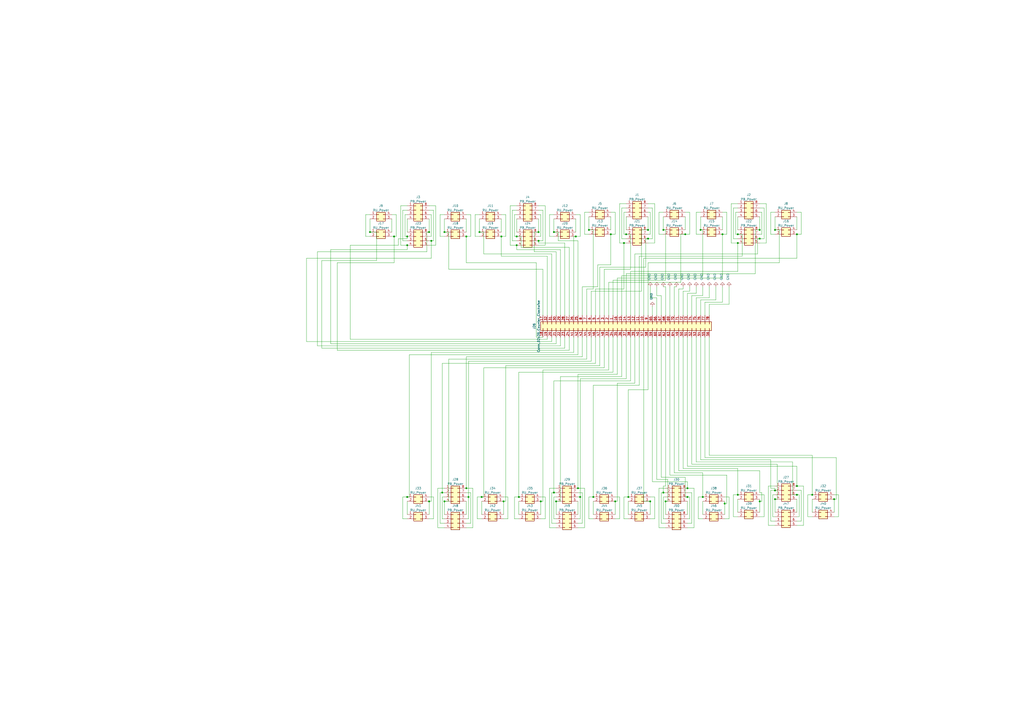
<source format=kicad_sch>
(kicad_sch (version 20210126) (generator eeschema)
  (paper "A2")
  (junction (at 214.63 134.62) (diameter 0.9144))
  (junction (at 228.6 137.16) (diameter 0.9144))
  (junction (at 236.22 137.16) (diameter 0.9144))
  (junction (at 236.22 142.24) (diameter 0.9144))
  (junction (at 236.22 288.29) (diameter 0.9144))
  (junction (at 248.92 134.62) (diameter 0.9144))
  (junction (at 248.92 290.83) (diameter 0.9144))
  (junction (at 250.19 139.7) (diameter 0.9144))
  (junction (at 256.54 285.75) (diameter 0.9144))
  (junction (at 257.81 134.62) (diameter 0.9144))
  (junction (at 257.81 290.83) (diameter 0.9144))
  (junction (at 270.51 137.16) (diameter 0.9144))
  (junction (at 270.51 283.21) (diameter 0.9144))
  (junction (at 271.78 288.29) (diameter 0.9144))
  (junction (at 278.13 134.62) (diameter 0.9144))
  (junction (at 279.4 288.29) (diameter 0.9144))
  (junction (at 290.83 137.16) (diameter 0.9144))
  (junction (at 292.1 290.83) (diameter 0.9144))
  (junction (at 299.72 137.16) (diameter 0.9144))
  (junction (at 299.72 142.24) (diameter 0.9144))
  (junction (at 300.99 288.29) (diameter 0.9144))
  (junction (at 312.42 134.62) (diameter 0.9144))
  (junction (at 312.42 139.7) (diameter 0.9144))
  (junction (at 313.69 290.83) (diameter 0.9144))
  (junction (at 321.31 134.62) (diameter 0.9144))
  (junction (at 321.31 285.75) (diameter 0.9144))
  (junction (at 322.58 290.83) (diameter 0.9144))
  (junction (at 334.01 137.16) (diameter 0.9144))
  (junction (at 335.28 283.21) (diameter 0.9144))
  (junction (at 336.55 288.29) (diameter 0.9144))
  (junction (at 341.63 133.35) (diameter 0.9144))
  (junction (at 344.17 288.29) (diameter 0.9144))
  (junction (at 354.33 135.89) (diameter 0.9144))
  (junction (at 356.87 290.83) (diameter 0.9144))
  (junction (at 361.95 140.97) (diameter 0.9144))
  (junction (at 363.22 135.89) (diameter 0.9144))
  (junction (at 364.49 288.29) (diameter 0.9144))
  (junction (at 375.92 133.35) (diameter 0.9144))
  (junction (at 375.92 138.43) (diameter 0.9144))
  (junction (at 377.19 290.83) (diameter 0.9144))
  (junction (at 384.81 133.35) (diameter 0.9144))
  (junction (at 384.81 285.75) (diameter 0.9144))
  (junction (at 386.08 290.83) (diameter 0.9144))
  (junction (at 397.51 135.89) (diameter 0.9144))
  (junction (at 398.78 283.21) (diameter 0.9144))
  (junction (at 398.78 288.29) (diameter 0.9144))
  (junction (at 406.4 133.35) (diameter 0.9144))
  (junction (at 407.67 288.29) (diameter 0.9144))
  (junction (at 419.1 135.89) (diameter 0.9144))
  (junction (at 420.37 292.1) (diameter 0.9144))
  (junction (at 427.99 135.89) (diameter 0.9144))
  (junction (at 427.99 140.97) (diameter 0.9144))
  (junction (at 427.99 287.02) (diameter 0.9144))
  (junction (at 440.69 133.35) (diameter 0.9144))
  (junction (at 440.69 138.43) (diameter 0.9144))
  (junction (at 440.69 290.83) (diameter 0.9144))
  (junction (at 449.58 133.35) (diameter 0.9144))
  (junction (at 449.58 284.48) (diameter 0.9144))
  (junction (at 449.58 289.56) (diameter 0.9144))
  (junction (at 462.28 135.89) (diameter 0.9144))
  (junction (at 462.28 281.94) (diameter 0.9144))
  (junction (at 462.28 287.02) (diameter 0.9144))
  (junction (at 471.17 287.02) (diameter 0.9144))
  (junction (at 483.87 289.56) (diameter 0.9144))
  (wire (pts (xy 177.8 149.86) (xy 250.19 149.86)))
  (wire (pts (xy 177.8 198.12) (xy 177.8 149.86)))
  (wire (pts (xy 184.15 146.05) (xy 247.65 146.05)))
  (wire (pts (xy 184.15 200.66) (xy 184.15 146.05)))
  (wire (pts (xy 186.69 151.13) (xy 218.44 151.13)))
  (wire (pts (xy 186.69 201.93) (xy 186.69 151.13)))
  (wire (pts (xy 191.77 144.78) (xy 236.22 144.78)))
  (wire (pts (xy 191.77 199.39) (xy 191.77 144.78)))
  (wire (pts (xy 195.58 152.4) (xy 228.6 152.4)))
  (wire (pts (xy 195.58 203.2) (xy 195.58 152.4)))
  (wire (pts (xy 203.2 142.24) (xy 231.14 142.24)))
  (wire (pts (xy 203.2 196.85) (xy 203.2 142.24)))
  (wire (pts (xy 212.09 124.46) (xy 212.09 137.16)))
  (wire (pts (xy 212.09 137.16) (xy 214.63 137.16)))
  (wire (pts (xy 214.63 124.46) (xy 212.09 124.46)))
  (wire (pts (xy 214.63 127) (xy 214.63 134.62)))
  (wire (pts (xy 218.44 134.62) (xy 214.63 134.62)))
  (wire (pts (xy 218.44 151.13) (xy 218.44 134.62)))
  (wire (pts (xy 227.33 124.46) (xy 229.87 124.46)))
  (wire (pts (xy 227.33 127) (xy 227.33 134.62)))
  (wire (pts (xy 227.33 137.16) (xy 228.6 137.16)))
  (wire (pts (xy 228.6 137.16) (xy 229.87 137.16)))
  (wire (pts (xy 228.6 152.4) (xy 228.6 137.16)))
  (wire (pts (xy 229.87 137.16) (xy 229.87 124.46)))
  (wire (pts (xy 231.14 138.43) (xy 236.22 138.43)))
  (wire (pts (xy 231.14 142.24) (xy 231.14 138.43)))
  (wire (pts (xy 232.41 119.38) (xy 236.22 119.38)))
  (wire (pts (xy 232.41 142.24) (xy 232.41 119.38)))
  (wire (pts (xy 233.68 121.92) (xy 233.68 139.7)))
  (wire (pts (xy 233.68 139.7) (xy 236.22 139.7)))
  (wire (pts (xy 233.68 288.29) (xy 233.68 300.99)))
  (wire (pts (xy 233.68 300.99) (xy 236.22 300.99)))
  (wire (pts (xy 234.95 124.46) (xy 236.22 124.46)))
  (wire (pts (xy 234.95 137.16) (xy 234.95 124.46)))
  (wire (pts (xy 236.22 121.92) (xy 233.68 121.92)))
  (wire (pts (xy 236.22 127) (xy 236.22 134.62)))
  (wire (pts (xy 236.22 137.16) (xy 234.95 137.16)))
  (wire (pts (xy 236.22 138.43) (xy 236.22 137.16)))
  (wire (pts (xy 236.22 142.24) (xy 232.41 142.24)))
  (wire (pts (xy 236.22 144.78) (xy 236.22 142.24)))
  (wire (pts (xy 236.22 288.29) (xy 233.68 288.29)))
  (wire (pts (xy 236.22 290.83) (xy 236.22 298.45)))
  (wire (pts (xy 237.49 205.74) (xy 237.49 288.29)))
  (wire (pts (xy 237.49 205.74) (xy 335.28 205.74)))
  (wire (pts (xy 237.49 288.29) (xy 236.22 288.29)))
  (wire (pts (xy 247.65 134.62) (xy 248.92 134.62)))
  (wire (pts (xy 247.65 146.05) (xy 247.65 134.62)))
  (wire (pts (xy 248.92 119.38) (xy 252.73 119.38)))
  (wire (pts (xy 248.92 121.92) (xy 251.46 121.92)))
  (wire (pts (xy 248.92 124.46) (xy 250.19 124.46)))
  (wire (pts (xy 248.92 127) (xy 248.92 134.62)))
  (wire (pts (xy 248.92 137.16) (xy 250.19 137.16)))
  (wire (pts (xy 248.92 139.7) (xy 250.19 139.7)))
  (wire (pts (xy 248.92 142.24) (xy 252.73 142.24)))
  (wire (pts (xy 248.92 288.29) (xy 251.46 288.29)))
  (wire (pts (xy 248.92 290.83) (xy 248.92 298.45)))
  (wire (pts (xy 248.92 300.99) (xy 251.46 300.99)))
  (wire (pts (xy 250.19 137.16) (xy 250.19 124.46)))
  (wire (pts (xy 250.19 139.7) (xy 250.19 149.86)))
  (wire (pts (xy 250.19 139.7) (xy 251.46 139.7)))
  (wire (pts (xy 250.19 204.47) (xy 250.19 290.83)))
  (wire (pts (xy 250.19 204.47) (xy 332.74 204.47)))
  (wire (pts (xy 250.19 290.83) (xy 248.92 290.83)))
  (wire (pts (xy 251.46 121.92) (xy 251.46 139.7)))
  (wire (pts (xy 251.46 300.99) (xy 251.46 288.29)))
  (wire (pts (xy 252.73 142.24) (xy 252.73 119.38)))
  (wire (pts (xy 254 283.21) (xy 257.81 283.21)))
  (wire (pts (xy 254 306.07) (xy 254 283.21)))
  (wire (pts (xy 255.27 124.46) (xy 255.27 137.16)))
  (wire (pts (xy 255.27 137.16) (xy 257.81 137.16)))
  (wire (pts (xy 255.27 285.75) (xy 255.27 303.53)))
  (wire (pts (xy 255.27 303.53) (xy 257.81 303.53)))
  (wire (pts (xy 256.54 210.82) (xy 256.54 285.75)))
  (wire (pts (xy 256.54 285.75) (xy 255.27 285.75)))
  (wire (pts (xy 256.54 288.29) (xy 257.81 288.29)))
  (wire (pts (xy 256.54 300.99) (xy 256.54 288.29)))
  (wire (pts (xy 257.81 124.46) (xy 255.27 124.46)))
  (wire (pts (xy 257.81 127) (xy 257.81 134.62)))
  (wire (pts (xy 257.81 285.75) (xy 256.54 285.75)))
  (wire (pts (xy 257.81 290.83) (xy 257.81 298.45)))
  (wire (pts (xy 257.81 300.99) (xy 256.54 300.99)))
  (wire (pts (xy 257.81 306.07) (xy 254 306.07)))
  (wire (pts (xy 260.35 134.62) (xy 257.81 134.62)))
  (wire (pts (xy 260.35 156.21) (xy 260.35 134.62)))
  (wire (pts (xy 260.35 208.28) (xy 260.35 290.83)))
  (wire (pts (xy 260.35 290.83) (xy 257.81 290.83)))
  (wire (pts (xy 270.51 124.46) (xy 273.05 124.46)))
  (wire (pts (xy 270.51 127) (xy 270.51 134.62)))
  (wire (pts (xy 270.51 137.16) (xy 273.05 137.16)))
  (wire (pts (xy 270.51 152.4) (xy 270.51 137.16)))
  (wire (pts (xy 270.51 207.01) (xy 270.51 283.21)))
  (wire (pts (xy 270.51 283.21) (xy 274.32 283.21)))
  (wire (pts (xy 270.51 285.75) (xy 273.05 285.75)))
  (wire (pts (xy 270.51 288.29) (xy 271.78 288.29)))
  (wire (pts (xy 270.51 290.83) (xy 270.51 298.45)))
  (wire (pts (xy 270.51 300.99) (xy 271.78 300.99)))
  (wire (pts (xy 270.51 303.53) (xy 273.05 303.53)))
  (wire (pts (xy 270.51 306.07) (xy 274.32 306.07)))
  (wire (pts (xy 271.78 209.55) (xy 271.78 288.29)))
  (wire (pts (xy 271.78 300.99) (xy 271.78 288.29)))
  (wire (pts (xy 273.05 137.16) (xy 273.05 124.46)))
  (wire (pts (xy 273.05 285.75) (xy 273.05 303.53)))
  (wire (pts (xy 274.32 306.07) (xy 274.32 283.21)))
  (wire (pts (xy 275.59 124.46) (xy 275.59 137.16)))
  (wire (pts (xy 275.59 137.16) (xy 278.13 137.16)))
  (wire (pts (xy 276.86 288.29) (xy 276.86 300.99)))
  (wire (pts (xy 276.86 300.99) (xy 279.4 300.99)))
  (wire (pts (xy 278.13 124.46) (xy 275.59 124.46)))
  (wire (pts (xy 278.13 127) (xy 278.13 134.62)))
  (wire (pts (xy 278.13 134.62) (xy 280.67 134.62)))
  (wire (pts (xy 279.4 288.29) (xy 276.86 288.29)))
  (wire (pts (xy 279.4 290.83) (xy 279.4 298.45)))
  (wire (pts (xy 280.67 147.32) (xy 280.67 134.62)))
  (wire (pts (xy 280.67 213.36) (xy 280.67 288.29)))
  (wire (pts (xy 280.67 288.29) (xy 279.4 288.29)))
  (wire (pts (xy 290.83 124.46) (xy 293.37 124.46)))
  (wire (pts (xy 290.83 127) (xy 290.83 134.62)))
  (wire (pts (xy 290.83 137.16) (xy 290.83 148.59)))
  (wire (pts (xy 290.83 137.16) (xy 293.37 137.16)))
  (wire (pts (xy 292.1 288.29) (xy 294.64 288.29)))
  (wire (pts (xy 292.1 290.83) (xy 292.1 298.45)))
  (wire (pts (xy 292.1 300.99) (xy 294.64 300.99)))
  (wire (pts (xy 293.37 137.16) (xy 293.37 124.46)))
  (wire (pts (xy 293.37 212.09) (xy 293.37 290.83)))
  (wire (pts (xy 293.37 290.83) (xy 292.1 290.83)))
  (wire (pts (xy 294.64 300.99) (xy 294.64 288.29)))
  (wire (pts (xy 295.91 119.38) (xy 299.72 119.38)))
  (wire (pts (xy 295.91 142.24) (xy 295.91 119.38)))
  (wire (pts (xy 297.18 121.92) (xy 297.18 139.7)))
  (wire (pts (xy 297.18 139.7) (xy 299.72 139.7)))
  (wire (pts (xy 298.45 124.46) (xy 299.72 124.46)))
  (wire (pts (xy 298.45 137.16) (xy 298.45 124.46)))
  (wire (pts (xy 298.45 288.29) (xy 298.45 300.99)))
  (wire (pts (xy 298.45 300.99) (xy 300.99 300.99)))
  (wire (pts (xy 299.72 121.92) (xy 297.18 121.92)))
  (wire (pts (xy 299.72 127) (xy 299.72 134.62)))
  (wire (pts (xy 299.72 137.16) (xy 298.45 137.16)))
  (wire (pts (xy 299.72 142.24) (xy 295.91 142.24)))
  (wire (pts (xy 299.72 144.78) (xy 299.72 142.24)))
  (wire (pts (xy 300.99 215.9) (xy 300.99 288.29)))
  (wire (pts (xy 300.99 288.29) (xy 298.45 288.29)))
  (wire (pts (xy 300.99 290.83) (xy 300.99 298.45)))
  (wire (pts (xy 302.26 137.16) (xy 299.72 137.16)))
  (wire (pts (xy 302.26 143.51) (xy 302.26 137.16)))
  (wire (pts (xy 309.88 134.62) (xy 312.42 134.62)))
  (wire (pts (xy 309.88 146.05) (xy 309.88 134.62)))
  (wire (pts (xy 311.15 152.4) (xy 270.51 152.4)))
  (wire (pts (xy 311.15 195.58) (xy 311.15 152.4)))
  (wire (pts (xy 312.42 119.38) (xy 316.23 119.38)))
  (wire (pts (xy 312.42 121.92) (xy 314.96 121.92)))
  (wire (pts (xy 312.42 124.46) (xy 313.69 124.46)))
  (wire (pts (xy 312.42 127) (xy 312.42 134.62)))
  (wire (pts (xy 312.42 137.16) (xy 313.69 137.16)))
  (wire (pts (xy 312.42 139.7) (xy 314.96 139.7)))
  (wire (pts (xy 312.42 140.97) (xy 312.42 139.7)))
  (wire (pts (xy 312.42 142.24) (xy 316.23 142.24)))
  (wire (pts (xy 313.69 137.16) (xy 313.69 124.46)))
  (wire (pts (xy 313.69 288.29) (xy 316.23 288.29)))
  (wire (pts (xy 313.69 290.83) (xy 313.69 298.45)))
  (wire (pts (xy 313.69 300.99) (xy 316.23 300.99)))
  (wire (pts (xy 314.96 121.92) (xy 314.96 139.7)))
  (wire (pts (xy 314.96 156.21) (xy 260.35 156.21)))
  (wire (pts (xy 314.96 182.88) (xy 314.96 156.21)))
  (wire (pts (xy 314.96 195.58) (xy 311.15 195.58)))
  (wire (pts (xy 314.96 214.63) (xy 314.96 290.83)))
  (wire (pts (xy 314.96 290.83) (xy 313.69 290.83)))
  (wire (pts (xy 316.23 142.24) (xy 316.23 119.38)))
  (wire (pts (xy 316.23 300.99) (xy 316.23 288.29)))
  (wire (pts (xy 317.5 148.59) (xy 290.83 148.59)))
  (wire (pts (xy 317.5 148.59) (xy 317.5 182.88)))
  (wire (pts (xy 317.5 196.85) (xy 203.2 196.85)))
  (wire (pts (xy 317.5 196.85) (xy 317.5 195.58)))
  (wire (pts (xy 318.77 124.46) (xy 318.77 137.16)))
  (wire (pts (xy 318.77 137.16) (xy 321.31 137.16)))
  (wire (pts (xy 318.77 283.21) (xy 322.58 283.21)))
  (wire (pts (xy 318.77 306.07) (xy 318.77 283.21)))
  (wire (pts (xy 320.04 147.32) (xy 280.67 147.32)))
  (wire (pts (xy 320.04 147.32) (xy 320.04 182.88)))
  (wire (pts (xy 320.04 198.12) (xy 177.8 198.12)))
  (wire (pts (xy 320.04 198.12) (xy 320.04 195.58)))
  (wire (pts (xy 320.04 285.75) (xy 320.04 303.53)))
  (wire (pts (xy 320.04 303.53) (xy 322.58 303.53)))
  (wire (pts (xy 321.31 124.46) (xy 318.77 124.46)))
  (wire (pts (xy 321.31 127) (xy 321.31 134.62)))
  (wire (pts (xy 321.31 134.62) (xy 323.85 134.62)))
  (wire (pts (xy 321.31 220.98) (xy 321.31 285.75)))
  (wire (pts (xy 321.31 285.75) (xy 320.04 285.75)))
  (wire (pts (xy 321.31 288.29) (xy 322.58 288.29)))
  (wire (pts (xy 321.31 300.99) (xy 321.31 288.29)))
  (wire (pts (xy 322.58 146.05) (xy 309.88 146.05)))
  (wire (pts (xy 322.58 146.05) (xy 322.58 182.88)))
  (wire (pts (xy 322.58 199.39) (xy 191.77 199.39)))
  (wire (pts (xy 322.58 199.39) (xy 322.58 195.58)))
  (wire (pts (xy 322.58 285.75) (xy 321.31 285.75)))
  (wire (pts (xy 322.58 290.83) (xy 322.58 298.45)))
  (wire (pts (xy 322.58 300.99) (xy 321.31 300.99)))
  (wire (pts (xy 322.58 306.07) (xy 318.77 306.07)))
  (wire (pts (xy 323.85 139.7) (xy 323.85 134.62)))
  (wire (pts (xy 325.12 144.78) (xy 299.72 144.78)))
  (wire (pts (xy 325.12 144.78) (xy 325.12 182.88)))
  (wire (pts (xy 325.12 200.66) (xy 184.15 200.66)))
  (wire (pts (xy 325.12 200.66) (xy 325.12 195.58)))
  (wire (pts (xy 325.12 218.44) (xy 325.12 290.83)))
  (wire (pts (xy 325.12 290.83) (xy 322.58 290.83)))
  (wire (pts (xy 327.66 140.97) (xy 312.42 140.97)))
  (wire (pts (xy 327.66 140.97) (xy 327.66 182.88)))
  (wire (pts (xy 327.66 201.93) (xy 186.69 201.93)))
  (wire (pts (xy 327.66 201.93) (xy 327.66 195.58)))
  (wire (pts (xy 330.2 143.51) (xy 302.26 143.51)))
  (wire (pts (xy 330.2 143.51) (xy 330.2 182.88)))
  (wire (pts (xy 330.2 195.58) (xy 330.2 203.2)))
  (wire (pts (xy 330.2 203.2) (xy 195.58 203.2)))
  (wire (pts (xy 332.74 137.16) (xy 332.74 182.88)))
  (wire (pts (xy 332.74 137.16) (xy 334.01 137.16)))
  (wire (pts (xy 332.74 204.47) (xy 332.74 195.58)))
  (wire (pts (xy 334.01 124.46) (xy 336.55 124.46)))
  (wire (pts (xy 334.01 127) (xy 334.01 134.62)))
  (wire (pts (xy 334.01 137.16) (xy 336.55 137.16)))
  (wire (pts (xy 335.28 139.7) (xy 323.85 139.7)))
  (wire (pts (xy 335.28 139.7) (xy 335.28 182.88)))
  (wire (pts (xy 335.28 195.58) (xy 335.28 205.74)))
  (wire (pts (xy 335.28 217.17) (xy 335.28 283.21)))
  (wire (pts (xy 335.28 283.21) (xy 339.09 283.21)))
  (wire (pts (xy 335.28 285.75) (xy 337.82 285.75)))
  (wire (pts (xy 335.28 288.29) (xy 336.55 288.29)))
  (wire (pts (xy 335.28 290.83) (xy 335.28 298.45)))
  (wire (pts (xy 335.28 300.99) (xy 336.55 300.99)))
  (wire (pts (xy 335.28 303.53) (xy 337.82 303.53)))
  (wire (pts (xy 335.28 306.07) (xy 339.09 306.07)))
  (wire (pts (xy 336.55 137.16) (xy 336.55 124.46)))
  (wire (pts (xy 336.55 219.71) (xy 336.55 288.29)))
  (wire (pts (xy 336.55 300.99) (xy 336.55 288.29)))
  (wire (pts (xy 337.82 166.37) (xy 337.82 182.88)))
  (wire (pts (xy 337.82 166.37) (xy 346.71 166.37)))
  (wire (pts (xy 337.82 207.01) (xy 270.51 207.01)))
  (wire (pts (xy 337.82 207.01) (xy 337.82 195.58)))
  (wire (pts (xy 337.82 285.75) (xy 337.82 303.53)))
  (wire (pts (xy 339.09 123.19) (xy 339.09 135.89)))
  (wire (pts (xy 339.09 135.89) (xy 341.63 135.89)))
  (wire (pts (xy 339.09 306.07) (xy 339.09 283.21)))
  (wire (pts (xy 340.36 167.64) (xy 340.36 182.88)))
  (wire (pts (xy 340.36 167.64) (xy 344.17 167.64)))
  (wire (pts (xy 340.36 195.58) (xy 340.36 208.28)))
  (wire (pts (xy 340.36 208.28) (xy 260.35 208.28)))
  (wire (pts (xy 341.63 123.19) (xy 339.09 123.19)))
  (wire (pts (xy 341.63 125.73) (xy 341.63 133.35)))
  (wire (pts (xy 341.63 288.29) (xy 341.63 300.99)))
  (wire (pts (xy 341.63 300.99) (xy 344.17 300.99)))
  (wire (pts (xy 342.9 168.91) (xy 372.11 168.91)))
  (wire (pts (xy 342.9 182.88) (xy 342.9 168.91)))
  (wire (pts (xy 342.9 209.55) (xy 271.78 209.55)))
  (wire (pts (xy 342.9 209.55) (xy 342.9 195.58)))
  (wire (pts (xy 344.17 133.35) (xy 341.63 133.35)))
  (wire (pts (xy 344.17 167.64) (xy 344.17 133.35)))
  (wire (pts (xy 344.17 223.52) (xy 344.17 288.29)))
  (wire (pts (xy 344.17 288.29) (xy 341.63 288.29)))
  (wire (pts (xy 344.17 290.83) (xy 344.17 298.45)))
  (wire (pts (xy 345.44 167.64) (xy 345.44 182.88)))
  (wire (pts (xy 345.44 167.64) (xy 361.95 167.64)))
  (wire (pts (xy 345.44 195.58) (xy 345.44 210.82)))
  (wire (pts (xy 345.44 210.82) (xy 256.54 210.82)))
  (wire (pts (xy 346.71 153.67) (xy 354.33 153.67)))
  (wire (pts (xy 346.71 166.37) (xy 346.71 153.67)))
  (wire (pts (xy 347.98 154.94) (xy 347.98 182.88)))
  (wire (pts (xy 347.98 154.94) (xy 374.65 154.94)))
  (wire (pts (xy 347.98 212.09) (xy 293.37 212.09)))
  (wire (pts (xy 347.98 212.09) (xy 347.98 195.58)))
  (wire (pts (xy 350.52 156.21) (xy 350.52 182.88)))
  (wire (pts (xy 350.52 156.21) (xy 365.76 156.21)))
  (wire (pts (xy 350.52 195.58) (xy 350.52 213.36)))
  (wire (pts (xy 350.52 213.36) (xy 280.67 213.36)))
  (wire (pts (xy 353.06 163.83) (xy 394.97 163.83)))
  (wire (pts (xy 353.06 182.88) (xy 353.06 163.83)))
  (wire (pts (xy 353.06 214.63) (xy 314.96 214.63)))
  (wire (pts (xy 353.06 214.63) (xy 353.06 195.58)))
  (wire (pts (xy 354.33 123.19) (xy 356.87 123.19)))
  (wire (pts (xy 354.33 125.73) (xy 354.33 133.35)))
  (wire (pts (xy 354.33 135.89) (xy 356.87 135.89)))
  (wire (pts (xy 354.33 153.67) (xy 354.33 135.89)))
  (wire (pts (xy 355.6 162.56) (xy 355.6 182.88)))
  (wire (pts (xy 355.6 162.56) (xy 386.08 162.56)))
  (wire (pts (xy 355.6 195.58) (xy 355.6 215.9)))
  (wire (pts (xy 355.6 215.9) (xy 300.99 215.9)))
  (wire (pts (xy 356.87 135.89) (xy 356.87 123.19)))
  (wire (pts (xy 356.87 288.29) (xy 359.41 288.29)))
  (wire (pts (xy 356.87 290.83) (xy 356.87 298.45)))
  (wire (pts (xy 356.87 300.99) (xy 359.41 300.99)))
  (wire (pts (xy 358.14 161.29) (xy 419.1 161.29)))
  (wire (pts (xy 358.14 182.88) (xy 358.14 161.29)))
  (wire (pts (xy 358.14 217.17) (xy 335.28 217.17)))
  (wire (pts (xy 358.14 217.17) (xy 358.14 195.58)))
  (wire (pts (xy 358.14 222.25) (xy 358.14 290.83)))
  (wire (pts (xy 358.14 290.83) (xy 356.87 290.83)))
  (wire (pts (xy 359.41 118.11) (xy 363.22 118.11)))
  (wire (pts (xy 359.41 140.97) (xy 359.41 118.11)))
  (wire (pts (xy 359.41 140.97) (xy 361.95 140.97)))
  (wire (pts (xy 359.41 300.99) (xy 359.41 288.29)))
  (wire (pts (xy 360.68 120.65) (xy 360.68 138.43)))
  (wire (pts (xy 360.68 138.43) (xy 363.22 138.43)))
  (wire (pts (xy 360.68 160.02) (xy 360.68 182.88)))
  (wire (pts (xy 360.68 160.02) (xy 407.67 160.02)))
  (wire (pts (xy 360.68 195.58) (xy 360.68 218.44)))
  (wire (pts (xy 360.68 218.44) (xy 325.12 218.44)))
  (wire (pts (xy 361.95 123.19) (xy 363.22 123.19)))
  (wire (pts (xy 361.95 135.89) (xy 361.95 123.19)))
  (wire (pts (xy 361.95 140.97) (xy 363.22 140.97)))
  (wire (pts (xy 361.95 167.64) (xy 361.95 140.97)))
  (wire (pts (xy 361.95 288.29) (xy 361.95 300.99)))
  (wire (pts (xy 361.95 300.99) (xy 364.49 300.99)))
  (wire (pts (xy 363.22 120.65) (xy 360.68 120.65)))
  (wire (pts (xy 363.22 125.73) (xy 363.22 133.35)))
  (wire (pts (xy 363.22 135.89) (xy 361.95 135.89)))
  (wire (pts (xy 363.22 158.75) (xy 438.15 158.75)))
  (wire (pts (xy 363.22 182.88) (xy 363.22 158.75)))
  (wire (pts (xy 363.22 219.71) (xy 336.55 219.71)))
  (wire (pts (xy 363.22 219.71) (xy 363.22 195.58)))
  (wire (pts (xy 364.49 226.06) (xy 364.49 288.29)))
  (wire (pts (xy 364.49 288.29) (xy 361.95 288.29)))
  (wire (pts (xy 364.49 290.83) (xy 364.49 298.45)))
  (wire (pts (xy 365.76 135.89) (xy 363.22 135.89)))
  (wire (pts (xy 365.76 156.21) (xy 365.76 135.89)))
  (wire (pts (xy 365.76 157.48) (xy 365.76 182.88)))
  (wire (pts (xy 365.76 157.48) (xy 427.99 157.48)))
  (wire (pts (xy 365.76 195.58) (xy 365.76 220.98)))
  (wire (pts (xy 365.76 220.98) (xy 321.31 220.98)))
  (wire (pts (xy 368.3 147.32) (xy 368.3 182.88)))
  (wire (pts (xy 368.3 147.32) (xy 439.42 147.32)))
  (wire (pts (xy 368.3 222.25) (xy 358.14 222.25)))
  (wire (pts (xy 368.3 222.25) (xy 368.3 195.58)))
  (wire (pts (xy 370.84 148.59) (xy 370.84 182.88)))
  (wire (pts (xy 370.84 148.59) (xy 430.53 148.59)))
  (wire (pts (xy 370.84 223.52) (xy 344.17 223.52)))
  (wire (pts (xy 370.84 223.52) (xy 370.84 195.58)))
  (wire (pts (xy 372.11 133.35) (xy 375.92 133.35)))
  (wire (pts (xy 372.11 168.91) (xy 372.11 133.35)))
  (wire (pts (xy 373.38 149.86) (xy 373.38 182.88)))
  (wire (pts (xy 373.38 149.86) (xy 462.28 149.86)))
  (wire (pts (xy 373.38 195.58) (xy 373.38 290.83)))
  (wire (pts (xy 373.38 290.83) (xy 377.19 290.83)))
  (wire (pts (xy 374.65 138.43) (xy 375.92 138.43)))
  (wire (pts (xy 374.65 154.94) (xy 374.65 138.43)))
  (wire (pts (xy 375.92 118.11) (xy 379.73 118.11)))
  (wire (pts (xy 375.92 120.65) (xy 378.46 120.65)))
  (wire (pts (xy 375.92 123.19) (xy 377.19 123.19)))
  (wire (pts (xy 375.92 125.73) (xy 375.92 133.35)))
  (wire (pts (xy 375.92 135.89) (xy 377.19 135.89)))
  (wire (pts (xy 375.92 138.43) (xy 378.46 138.43)))
  (wire (pts (xy 375.92 140.97) (xy 379.73 140.97)))
  (wire (pts (xy 375.92 152.4) (xy 375.92 182.88)))
  (wire (pts (xy 375.92 152.4) (xy 452.12 152.4)))
  (wire (pts (xy 375.92 195.58) (xy 375.92 226.06)))
  (wire (pts (xy 375.92 226.06) (xy 364.49 226.06)))
  (wire (pts (xy 377.19 135.89) (xy 377.19 123.19)))
  (wire (pts (xy 377.19 166.37) (xy 377.19 172.72)))
  (wire (pts (xy 377.19 172.72) (xy 381 172.72)))
  (wire (pts (xy 377.19 288.29) (xy 379.73 288.29)))
  (wire (pts (xy 377.19 290.83) (xy 377.19 298.45)))
  (wire (pts (xy 377.19 300.99) (xy 379.73 300.99)))
  (wire (pts (xy 378.46 120.65) (xy 378.46 138.43)))
  (wire (pts (xy 378.46 182.88) (xy 378.46 177.8)))
  (wire (pts (xy 378.46 195.58) (xy 378.46 279.4)))
  (wire (pts (xy 378.46 279.4) (xy 398.78 279.4)))
  (wire (pts (xy 379.73 140.97) (xy 379.73 118.11)))
  (wire (pts (xy 379.73 300.99) (xy 379.73 288.29)))
  (wire (pts (xy 381 166.37) (xy 381 171.45)))
  (wire (pts (xy 381 171.45) (xy 383.54 171.45)))
  (wire (pts (xy 381 182.88) (xy 381 172.72)))
  (wire (pts (xy 381 195.58) (xy 381 278.13)))
  (wire (pts (xy 381 278.13) (xy 387.35 278.13)))
  (wire (pts (xy 382.27 123.19) (xy 382.27 135.89)))
  (wire (pts (xy 382.27 135.89) (xy 384.81 135.89)))
  (wire (pts (xy 382.27 283.21) (xy 386.08 283.21)))
  (wire (pts (xy 382.27 306.07) (xy 382.27 283.21)))
  (wire (pts (xy 383.54 182.88) (xy 383.54 171.45)))
  (wire (pts (xy 383.54 195.58) (xy 383.54 276.86)))
  (wire (pts (xy 383.54 276.86) (xy 397.51 276.86)))
  (wire (pts (xy 383.54 285.75) (xy 383.54 303.53)))
  (wire (pts (xy 383.54 303.53) (xy 386.08 303.53)))
  (wire (pts (xy 384.81 123.19) (xy 382.27 123.19)))
  (wire (pts (xy 384.81 125.73) (xy 384.81 133.35)))
  (wire (pts (xy 384.81 133.35) (xy 386.08 133.35)))
  (wire (pts (xy 384.81 281.94) (xy 384.81 285.75)))
  (wire (pts (xy 384.81 285.75) (xy 383.54 285.75)))
  (wire (pts (xy 384.81 288.29) (xy 386.08 288.29)))
  (wire (pts (xy 384.81 300.99) (xy 384.81 288.29)))
  (wire (pts (xy 386.08 162.56) (xy 386.08 133.35)))
  (wire (pts (xy 386.08 166.37) (xy 384.81 166.37)))
  (wire (pts (xy 386.08 182.88) (xy 386.08 166.37)))
  (wire (pts (xy 386.08 195.58) (xy 386.08 281.94)))
  (wire (pts (xy 386.08 281.94) (xy 384.81 281.94)))
  (wire (pts (xy 386.08 285.75) (xy 384.81 285.75)))
  (wire (pts (xy 386.08 290.83) (xy 386.08 298.45)))
  (wire (pts (xy 386.08 300.99) (xy 384.81 300.99)))
  (wire (pts (xy 386.08 306.07) (xy 382.27 306.07)))
  (wire (pts (xy 387.35 278.13) (xy 387.35 290.83)))
  (wire (pts (xy 387.35 290.83) (xy 386.08 290.83)))
  (wire (pts (xy 388.62 182.88) (xy 388.62 166.37)))
  (wire (pts (xy 388.62 195.58) (xy 388.62 275.59)))
  (wire (pts (xy 388.62 275.59) (xy 421.64 275.59)))
  (wire (pts (xy 391.16 166.37) (xy 392.43 166.37)))
  (wire (pts (xy 391.16 182.88) (xy 391.16 166.37)))
  (wire (pts (xy 391.16 195.58) (xy 391.16 274.32)))
  (wire (pts (xy 391.16 274.32) (xy 407.67 274.32)))
  (wire (pts (xy 393.7 182.88) (xy 393.7 167.64)))
  (wire (pts (xy 393.7 195.58) (xy 393.7 273.05)))
  (wire (pts (xy 393.7 273.05) (xy 440.69 273.05)))
  (wire (pts (xy 394.97 135.89) (xy 397.51 135.89)))
  (wire (pts (xy 394.97 163.83) (xy 394.97 135.89)))
  (wire (pts (xy 396.24 166.37) (xy 396.24 167.64)))
  (wire (pts (xy 396.24 167.64) (xy 393.7 167.64)))
  (wire (pts (xy 396.24 168.91) (xy 400.05 168.91)))
  (wire (pts (xy 396.24 182.88) (xy 396.24 168.91)))
  (wire (pts (xy 396.24 195.58) (xy 396.24 271.78)))
  (wire (pts (xy 396.24 271.78) (xy 427.99 271.78)))
  (wire (pts (xy 397.51 123.19) (xy 400.05 123.19)))
  (wire (pts (xy 397.51 125.73) (xy 397.51 133.35)))
  (wire (pts (xy 397.51 135.89) (xy 400.05 135.89)))
  (wire (pts (xy 397.51 276.86) (xy 397.51 288.29)))
  (wire (pts (xy 397.51 288.29) (xy 398.78 288.29)))
  (wire (pts (xy 398.78 170.18) (xy 403.86 170.18)))
  (wire (pts (xy 398.78 182.88) (xy 398.78 170.18)))
  (wire (pts (xy 398.78 195.58) (xy 398.78 270.51)))
  (wire (pts (xy 398.78 270.51) (xy 462.28 270.51)))
  (wire (pts (xy 398.78 279.4) (xy 398.78 283.21)))
  (wire (pts (xy 398.78 283.21) (xy 402.59 283.21)))
  (wire (pts (xy 398.78 285.75) (xy 401.32 285.75)))
  (wire (pts (xy 398.78 288.29) (xy 400.05 288.29)))
  (wire (pts (xy 398.78 290.83) (xy 398.78 298.45)))
  (wire (pts (xy 398.78 300.99) (xy 400.05 300.99)))
  (wire (pts (xy 398.78 303.53) (xy 401.32 303.53)))
  (wire (pts (xy 398.78 306.07) (xy 402.59 306.07)))
  (wire (pts (xy 400.05 135.89) (xy 400.05 123.19)))
  (wire (pts (xy 400.05 168.91) (xy 400.05 166.37)))
  (wire (pts (xy 400.05 300.99) (xy 400.05 288.29)))
  (wire (pts (xy 401.32 171.45) (xy 401.32 182.88)))
  (wire (pts (xy 401.32 195.58) (xy 401.32 269.24)))
  (wire (pts (xy 401.32 285.75) (xy 401.32 303.53)))
  (wire (pts (xy 402.59 306.07) (xy 402.59 283.21)))
  (wire (pts (xy 403.86 123.19) (xy 403.86 135.89)))
  (wire (pts (xy 403.86 135.89) (xy 406.4 135.89)))
  (wire (pts (xy 403.86 170.18) (xy 403.86 166.37)))
  (wire (pts (xy 403.86 172.72) (xy 403.86 182.88)))
  (wire (pts (xy 403.86 195.58) (xy 403.86 267.97)))
  (wire (pts (xy 403.86 267.97) (xy 459.74 267.97)))
  (wire (pts (xy 405.13 288.29) (xy 405.13 300.99)))
  (wire (pts (xy 405.13 300.99) (xy 407.67 300.99)))
  (wire (pts (xy 406.4 123.19) (xy 403.86 123.19)))
  (wire (pts (xy 406.4 125.73) (xy 406.4 133.35)))
  (wire (pts (xy 406.4 133.35) (xy 407.67 133.35)))
  (wire (pts (xy 406.4 173.99) (xy 415.29 173.99)))
  (wire (pts (xy 406.4 182.88) (xy 406.4 173.99)))
  (wire (pts (xy 406.4 195.58) (xy 406.4 266.7)))
  (wire (pts (xy 407.67 160.02) (xy 407.67 133.35)))
  (wire (pts (xy 407.67 166.37) (xy 407.67 171.45)))
  (wire (pts (xy 407.67 171.45) (xy 401.32 171.45)))
  (wire (pts (xy 407.67 274.32) (xy 407.67 288.29)))
  (wire (pts (xy 407.67 288.29) (xy 405.13 288.29)))
  (wire (pts (xy 407.67 290.83) (xy 407.67 298.45)))
  (wire (pts (xy 408.94 182.88) (xy 408.94 175.26)))
  (wire (pts (xy 408.94 195.58) (xy 408.94 265.43)))
  (wire (pts (xy 408.94 265.43) (xy 485.14 265.43)))
  (wire (pts (xy 411.48 166.37) (xy 411.48 172.72)))
  (wire (pts (xy 411.48 172.72) (xy 403.86 172.72)))
  (wire (pts (xy 411.48 182.88) (xy 411.48 176.53)))
  (wire (pts (xy 411.48 195.58) (xy 411.48 264.16)))
  (wire (pts (xy 415.29 173.99) (xy 415.29 166.37)))
  (wire (pts (xy 419.1 123.19) (xy 421.64 123.19)))
  (wire (pts (xy 419.1 125.73) (xy 419.1 133.35)))
  (wire (pts (xy 419.1 135.89) (xy 419.1 161.29)))
  (wire (pts (xy 419.1 135.89) (xy 421.64 135.89)))
  (wire (pts (xy 419.1 166.37) (xy 419.1 175.26)))
  (wire (pts (xy 419.1 175.26) (xy 408.94 175.26)))
  (wire (pts (xy 420.37 288.29) (xy 422.91 288.29)))
  (wire (pts (xy 420.37 290.83) (xy 420.37 292.1)))
  (wire (pts (xy 420.37 292.1) (xy 420.37 298.45)))
  (wire (pts (xy 420.37 300.99) (xy 422.91 300.99)))
  (wire (pts (xy 421.64 135.89) (xy 421.64 123.19)))
  (wire (pts (xy 421.64 275.59) (xy 421.64 292.1)))
  (wire (pts (xy 421.64 292.1) (xy 420.37 292.1)))
  (wire (pts (xy 422.91 166.37) (xy 422.91 176.53)))
  (wire (pts (xy 422.91 176.53) (xy 411.48 176.53)))
  (wire (pts (xy 422.91 300.99) (xy 422.91 288.29)))
  (wire (pts (xy 424.18 118.11) (xy 427.99 118.11)))
  (wire (pts (xy 424.18 140.97) (xy 424.18 118.11)))
  (wire (pts (xy 425.45 120.65) (xy 425.45 138.43)))
  (wire (pts (xy 425.45 138.43) (xy 427.99 138.43)))
  (wire (pts (xy 425.45 287.02) (xy 425.45 299.72)))
  (wire (pts (xy 425.45 299.72) (xy 427.99 299.72)))
  (wire (pts (xy 426.72 123.19) (xy 427.99 123.19)))
  (wire (pts (xy 426.72 135.89) (xy 426.72 123.19)))
  (wire (pts (xy 427.99 120.65) (xy 425.45 120.65)))
  (wire (pts (xy 427.99 125.73) (xy 427.99 133.35)))
  (wire (pts (xy 427.99 135.89) (xy 426.72 135.89)))
  (wire (pts (xy 427.99 140.97) (xy 424.18 140.97)))
  (wire (pts (xy 427.99 140.97) (xy 427.99 157.48)))
  (wire (pts (xy 427.99 271.78) (xy 427.99 287.02)))
  (wire (pts (xy 427.99 287.02) (xy 425.45 287.02)))
  (wire (pts (xy 427.99 289.56) (xy 427.99 297.18)))
  (wire (pts (xy 430.53 135.89) (xy 427.99 135.89)))
  (wire (pts (xy 430.53 148.59) (xy 430.53 135.89)))
  (wire (pts (xy 438.15 133.35) (xy 440.69 133.35)))
  (wire (pts (xy 438.15 158.75) (xy 438.15 133.35)))
  (wire (pts (xy 439.42 138.43) (xy 440.69 138.43)))
  (wire (pts (xy 439.42 147.32) (xy 439.42 138.43)))
  (wire (pts (xy 440.69 118.11) (xy 444.5 118.11)))
  (wire (pts (xy 440.69 120.65) (xy 443.23 120.65)))
  (wire (pts (xy 440.69 123.19) (xy 441.96 123.19)))
  (wire (pts (xy 440.69 125.73) (xy 440.69 133.35)))
  (wire (pts (xy 440.69 135.89) (xy 441.96 135.89)))
  (wire (pts (xy 440.69 138.43) (xy 443.23 138.43)))
  (wire (pts (xy 440.69 140.97) (xy 444.5 140.97)))
  (wire (pts (xy 440.69 273.05) (xy 440.69 285.75)))
  (wire (pts (xy 440.69 285.75) (xy 441.96 285.75)))
  (wire (pts (xy 440.69 287.02) (xy 443.23 287.02)))
  (wire (pts (xy 440.69 289.56) (xy 440.69 290.83)))
  (wire (pts (xy 440.69 290.83) (xy 440.69 297.18)))
  (wire (pts (xy 440.69 299.72) (xy 443.23 299.72)))
  (wire (pts (xy 441.96 135.89) (xy 441.96 123.19)))
  (wire (pts (xy 441.96 285.75) (xy 441.96 290.83)))
  (wire (pts (xy 441.96 290.83) (xy 440.69 290.83)))
  (wire (pts (xy 443.23 120.65) (xy 443.23 138.43)))
  (wire (pts (xy 443.23 299.72) (xy 443.23 287.02)))
  (wire (pts (xy 444.5 140.97) (xy 444.5 118.11)))
  (wire (pts (xy 445.77 281.94) (xy 449.58 281.94)))
  (wire (pts (xy 445.77 304.8) (xy 445.77 281.94)))
  (wire (pts (xy 447.04 123.19) (xy 447.04 135.89)))
  (wire (pts (xy 447.04 135.89) (xy 449.58 135.89)))
  (wire (pts (xy 447.04 266.7) (xy 406.4 266.7)))
  (wire (pts (xy 447.04 283.21) (xy 447.04 266.7)))
  (wire (pts (xy 447.04 284.48) (xy 447.04 302.26)))
  (wire (pts (xy 447.04 302.26) (xy 449.58 302.26)))
  (wire (pts (xy 448.31 287.02) (xy 449.58 287.02)))
  (wire (pts (xy 448.31 299.72) (xy 448.31 287.02)))
  (wire (pts (xy 449.58 123.19) (xy 447.04 123.19)))
  (wire (pts (xy 449.58 125.73) (xy 449.58 133.35)))
  (wire (pts (xy 449.58 133.35) (xy 452.12 133.35)))
  (wire (pts (xy 449.58 283.21) (xy 447.04 283.21)))
  (wire (pts (xy 449.58 284.48) (xy 447.04 284.48)))
  (wire (pts (xy 449.58 284.48) (xy 449.58 283.21)))
  (wire (pts (xy 449.58 289.56) (xy 449.58 297.18)))
  (wire (pts (xy 449.58 289.56) (xy 450.85 289.56)))
  (wire (pts (xy 449.58 299.72) (xy 448.31 299.72)))
  (wire (pts (xy 449.58 304.8) (xy 445.77 304.8)))
  (wire (pts (xy 450.85 269.24) (xy 401.32 269.24)))
  (wire (pts (xy 450.85 289.56) (xy 450.85 269.24)))
  (wire (pts (xy 452.12 152.4) (xy 452.12 133.35)))
  (wire (pts (xy 459.74 267.97) (xy 459.74 287.02)))
  (wire (pts (xy 459.74 287.02) (xy 462.28 287.02)))
  (wire (pts (xy 462.28 123.19) (xy 464.82 123.19)))
  (wire (pts (xy 462.28 125.73) (xy 462.28 133.35)))
  (wire (pts (xy 462.28 135.89) (xy 464.82 135.89)))
  (wire (pts (xy 462.28 149.86) (xy 462.28 135.89)))
  (wire (pts (xy 462.28 270.51) (xy 462.28 281.94)))
  (wire (pts (xy 462.28 281.94) (xy 466.09 281.94)))
  (wire (pts (xy 462.28 287.02) (xy 463.55 287.02)))
  (wire (pts (xy 462.28 289.56) (xy 462.28 297.18)))
  (wire (pts (xy 462.28 302.26) (xy 464.82 302.26)))
  (wire (pts (xy 463.55 287.02) (xy 463.55 299.72)))
  (wire (pts (xy 463.55 299.72) (xy 462.28 299.72)))
  (wire (pts (xy 464.82 135.89) (xy 464.82 123.19)))
  (wire (pts (xy 464.82 284.48) (xy 462.28 284.48)))
  (wire (pts (xy 464.82 302.26) (xy 464.82 284.48)))
  (wire (pts (xy 466.09 281.94) (xy 466.09 304.8)))
  (wire (pts (xy 466.09 304.8) (xy 462.28 304.8)))
  (wire (pts (xy 468.63 287.02) (xy 468.63 299.72)))
  (wire (pts (xy 468.63 299.72) (xy 471.17 299.72)))
  (wire (pts (xy 471.17 264.16) (xy 411.48 264.16)))
  (wire (pts (xy 471.17 287.02) (xy 468.63 287.02)))
  (wire (pts (xy 471.17 287.02) (xy 471.17 264.16)))
  (wire (pts (xy 471.17 289.56) (xy 471.17 297.18)))
  (wire (pts (xy 483.87 287.02) (xy 486.41 287.02)))
  (wire (pts (xy 483.87 289.56) (xy 483.87 297.18)))
  (wire (pts (xy 483.87 299.72) (xy 486.41 299.72)))
  (wire (pts (xy 485.14 265.43) (xy 485.14 289.56)))
  (wire (pts (xy 485.14 289.56) (xy 483.87 289.56)))
  (wire (pts (xy 486.41 299.72) (xy 486.41 287.02)))
  (symbol (lib_id "power:GND") (at 377.19 166.37 0) (mirror x) (unit 1)
    (property "Reference" "#PWR014" (effects hide))
    (property "Value" "GND" (at 376.5551 162.56 90) (effects (justify right)))
  )
  (symbol (lib_id "power:GND") (at 378.46 177.8 0) (mirror x) (unit 1)
    (property "Reference" "#PWR028" (effects hide))
    (property "Value" "GND" (at 377.8251 173.99 90) (effects (justify right)))
  )
  (symbol (lib_id "power:GND") (at 381 166.37 0) (mirror x) (unit 1)
    (property "Reference" "#PWR015" (effects hide))
    (property "Value" "GND" (at 380.3651 162.56 90) (effects (justify right)))
  )
  (symbol (lib_id "power:GND") (at 384.81 166.37 0) (mirror x) (unit 1)
    (property "Reference" "#PWR016" (effects hide))
    (property "Value" "GND" (at 384.1751 162.56 90) (effects (justify right)))
  )
  (symbol (lib_id "power:GND") (at 388.62 166.37 0) (mirror x) (unit 1)
    (property "Reference" "#PWR017" (effects hide))
    (property "Value" "GND" (at 387.9851 162.56 90) (effects (justify right)))
  )
  (symbol (lib_id "power:GND") (at 392.43 166.37 0) (mirror x) (unit 1)
    (property "Reference" "#PWR018" (effects hide))
    (property "Value" "GND" (at 391.7951 162.56 90) (effects (justify right)))
  )
  (symbol (lib_id "power:GND") (at 396.24 166.37 0) (mirror x) (unit 1)
    (property "Reference" "#PWR019" (effects hide))
    (property "Value" "GND" (at 395.6051 162.56 90) (effects (justify right)))
  )
  (symbol (lib_id "power:GND") (at 400.05 166.37 0) (mirror x) (unit 1)
    (property "Reference" "#PWR020" (effects hide))
    (property "Value" "GND" (at 399.4151 162.56 90) (effects (justify right)))
  )
  (symbol (lib_id "power:GND") (at 403.86 166.37 0) (mirror x) (unit 1)
    (property "Reference" "#PWR021" (effects hide))
    (property "Value" "GND" (at 403.2251 162.56 90) (effects (justify right)))
  )
  (symbol (lib_id "power:GND") (at 407.67 166.37 0) (mirror x) (unit 1)
    (property "Reference" "#PWR022" (effects hide))
    (property "Value" "GND" (at 407.0351 162.56 90) (effects (justify right)))
  )
  (symbol (lib_id "power:GND") (at 411.48 166.37 0) (mirror x) (unit 1)
    (property "Reference" "#PWR023" (effects hide))
    (property "Value" "GND" (at 410.8451 162.56 90) (effects (justify right)))
  )
  (symbol (lib_id "power:GND") (at 415.29 166.37 0) (mirror x) (unit 1)
    (property "Reference" "#PWR024" (effects hide))
    (property "Value" "GND" (at 414.6551 162.56 90) (effects (justify right)))
  )
  (symbol (lib_id "power:GND") (at 419.1 166.37 0) (mirror x) (unit 1)
    (property "Reference" "#PWR025" (effects hide))
    (property "Value" "GND" (at 418.4651 162.56 90) (effects (justify right)))
  )
  (symbol (lib_id "power:GND") (at 422.91 166.37 0) (mirror x) (unit 1)
    (property "Reference" "#PWR026" (effects hide))
    (property "Value" "GND" (at 422.2751 162.56 90) (effects (justify right)))
  )
  (symbol (lib_id "Connector_Generic:Conn_02x02_Counter_Clockwise") (at 219.71 124.46 0) (unit 1)
    (property "Reference" "J9" (at 220.98 119.38 0))
    (property "Value" "RU_Power" (at 220.98 121.92 0))
    (property "Footprint" "Connector_Molex:Molex_Mega-Fit_76825-0004_2x02_P5.70mm_Horizontal" (effects hide))
  )
  (symbol (lib_id "Connector_Generic:Conn_02x02_Counter_Clockwise") (at 219.71 134.62 0) (unit 1)
    (property "Reference" "J17" (at 220.98 129.54 0))
    (property "Value" "RU_Power" (at 220.98 132.08 0))
    (property "Footprint" "Connector_Molex:Molex_Mega-Fit_76825-0004_2x02_P5.70mm_Horizontal" (effects hide))
  )
  (symbol (lib_id "Connector_Generic:Conn_02x02_Counter_Clockwise") (at 241.3 288.29 0) (unit 1)
    (property "Reference" "J33" (at 242.57 283.21 0))
    (property "Value" "RU_Power" (at 242.57 285.75 0))
    (property "Footprint" "Connector_Molex:Molex_Mega-Fit_76825-0004_2x02_P5.70mm_Horizontal" (effects hide))
  )
  (symbol (lib_id "Connector_Generic:Conn_02x02_Counter_Clockwise") (at 241.3 298.45 0) (unit 1)
    (property "Reference" "J41" (at 242.57 293.37 0))
    (property "Value" "RU_Power" (at 242.57 295.91 0))
    (property "Footprint" "Connector_Molex:Molex_Mega-Fit_76825-0004_2x02_P5.70mm_Horizontal" (effects hide))
  )
  (symbol (lib_id "Connector_Generic:Conn_02x02_Counter_Clockwise") (at 262.89 124.46 0) (unit 1)
    (property "Reference" "J10" (at 264.16 119.38 0))
    (property "Value" "RU_Power" (at 264.16 121.92 0))
    (property "Footprint" "Connector_Molex:Molex_Mega-Fit_76825-0004_2x02_P5.70mm_Horizontal" (effects hide))
  )
  (symbol (lib_id "Connector_Generic:Conn_02x02_Counter_Clockwise") (at 262.89 134.62 0) (unit 1)
    (property "Reference" "J18" (at 264.16 129.54 0))
    (property "Value" "RU_Power" (at 264.16 132.08 0))
    (property "Footprint" "Connector_Molex:Molex_Mega-Fit_76825-0004_2x02_P5.70mm_Horizontal" (effects hide))
  )
  (symbol (lib_id "Connector_Generic:Conn_02x02_Counter_Clockwise") (at 283.21 124.46 0) (unit 1)
    (property "Reference" "J11" (at 284.48 119.38 0))
    (property "Value" "RU_Power" (at 284.48 121.92 0))
    (property "Footprint" "Connector_Molex:Molex_Mega-Fit_76825-0004_2x02_P5.70mm_Horizontal" (effects hide))
  )
  (symbol (lib_id "Connector_Generic:Conn_02x02_Counter_Clockwise") (at 283.21 134.62 0) (unit 1)
    (property "Reference" "J19" (at 284.48 129.54 0))
    (property "Value" "RU_Power" (at 284.48 132.08 0))
    (property "Footprint" "Connector_Molex:Molex_Mega-Fit_76825-0004_2x02_P5.70mm_Horizontal" (effects hide))
  )
  (symbol (lib_id "Connector_Generic:Conn_02x02_Counter_Clockwise") (at 284.48 288.29 0) (unit 1)
    (property "Reference" "J34" (at 285.75 283.21 0))
    (property "Value" "RU_Power" (at 285.75 285.75 0))
    (property "Footprint" "Connector_Molex:Molex_Mega-Fit_76825-0004_2x02_P5.70mm_Horizontal" (effects hide))
  )
  (symbol (lib_id "Connector_Generic:Conn_02x02_Counter_Clockwise") (at 284.48 298.45 0) (unit 1)
    (property "Reference" "J42" (at 285.75 293.37 0))
    (property "Value" "RU_Power" (at 285.75 295.91 0))
    (property "Footprint" "Connector_Molex:Molex_Mega-Fit_76825-0004_2x02_P5.70mm_Horizontal" (effects hide))
  )
  (symbol (lib_id "Connector_Generic:Conn_02x02_Counter_Clockwise") (at 306.07 288.29 0) (unit 1)
    (property "Reference" "J35" (at 307.34 283.21 0))
    (property "Value" "RU_Power" (at 307.34 285.75 0))
    (property "Footprint" "Connector_Molex:Molex_Mega-Fit_76825-0004_2x02_P5.70mm_Horizontal" (effects hide))
  )
  (symbol (lib_id "Connector_Generic:Conn_02x02_Counter_Clockwise") (at 306.07 298.45 0) (unit 1)
    (property "Reference" "J43" (at 307.34 293.37 0))
    (property "Value" "RU_Power" (at 307.34 295.91 0))
    (property "Footprint" "Connector_Molex:Molex_Mega-Fit_76825-0004_2x02_P5.70mm_Horizontal" (effects hide))
  )
  (symbol (lib_id "Connector_Generic:Conn_02x02_Counter_Clockwise") (at 326.39 124.46 0) (unit 1)
    (property "Reference" "J12" (at 327.66 119.38 0))
    (property "Value" "RU_Power" (at 327.66 121.92 0))
    (property "Footprint" "Connector_Molex:Molex_Mega-Fit_76825-0004_2x02_P5.70mm_Horizontal" (effects hide))
  )
  (symbol (lib_id "Connector_Generic:Conn_02x02_Counter_Clockwise") (at 326.39 134.62 0) (unit 1)
    (property "Reference" "J20" (at 327.66 129.54 0))
    (property "Value" "RU_Power" (at 327.66 132.08 0))
    (property "Footprint" "Connector_Molex:Molex_Mega-Fit_76825-0004_2x02_P5.70mm_Horizontal" (effects hide))
  )
  (symbol (lib_id "Connector_Generic:Conn_02x02_Counter_Clockwise") (at 346.71 123.19 0) (unit 1)
    (property "Reference" "J5" (at 347.98 118.11 0))
    (property "Value" "RU_Power" (at 347.98 120.65 0))
    (property "Footprint" "Connector_Molex:Molex_Mega-Fit_76825-0004_2x02_P5.70mm_Horizontal" (effects hide))
  )
  (symbol (lib_id "Connector_Generic:Conn_02x02_Counter_Clockwise") (at 346.71 133.35 0) (unit 1)
    (property "Reference" "J13" (at 347.98 128.27 0))
    (property "Value" "RU_Power" (at 347.98 130.81 0))
    (property "Footprint" "Connector_Molex:Molex_Mega-Fit_76825-0004_2x02_P5.70mm_Horizontal" (effects hide))
  )
  (symbol (lib_id "Connector_Generic:Conn_02x02_Counter_Clockwise") (at 349.25 288.29 0) (unit 1)
    (property "Reference" "J36" (at 350.52 283.21 0))
    (property "Value" "RU_Power" (at 350.52 285.75 0))
    (property "Footprint" "Connector_Molex:Molex_Mega-Fit_76825-0004_2x02_P5.70mm_Horizontal" (effects hide))
  )
  (symbol (lib_id "Connector_Generic:Conn_02x02_Counter_Clockwise") (at 349.25 298.45 0) (unit 1)
    (property "Reference" "J44" (at 350.52 293.37 0))
    (property "Value" "RU_Power" (at 350.52 295.91 0))
    (property "Footprint" "Connector_Molex:Molex_Mega-Fit_76825-0004_2x02_P5.70mm_Horizontal" (effects hide))
  )
  (symbol (lib_id "Connector_Generic:Conn_02x02_Counter_Clockwise") (at 369.57 288.29 0) (unit 1)
    (property "Reference" "J37" (at 370.84 283.21 0))
    (property "Value" "RU_Power" (at 370.84 285.75 0))
    (property "Footprint" "Connector_Molex:Molex_Mega-Fit_76825-0004_2x02_P5.70mm_Horizontal" (effects hide))
  )
  (symbol (lib_id "Connector_Generic:Conn_02x02_Counter_Clockwise") (at 369.57 298.45 0) (unit 1)
    (property "Reference" "J45" (at 370.84 293.37 0))
    (property "Value" "RU_Power" (at 370.84 295.91 0))
    (property "Footprint" "Connector_Molex:Molex_Mega-Fit_76825-0004_2x02_P5.70mm_Horizontal" (effects hide))
  )
  (symbol (lib_id "Connector_Generic:Conn_02x02_Counter_Clockwise") (at 389.89 123.19 0) (unit 1)
    (property "Reference" "J6" (at 391.16 118.11 0))
    (property "Value" "RU_Power" (at 391.16 120.65 0))
    (property "Footprint" "Connector_Molex:Molex_Mega-Fit_76825-0004_2x02_P5.70mm_Horizontal" (effects hide))
  )
  (symbol (lib_id "Connector_Generic:Conn_02x02_Counter_Clockwise") (at 389.89 133.35 0) (unit 1)
    (property "Reference" "J14" (at 391.16 128.27 0))
    (property "Value" "RU_Power" (at 391.16 130.81 0))
    (property "Footprint" "Connector_Molex:Molex_Mega-Fit_76825-0004_2x02_P5.70mm_Horizontal" (effects hide))
  )
  (symbol (lib_id "Connector_Generic:Conn_02x02_Counter_Clockwise") (at 411.48 123.19 0) (unit 1)
    (property "Reference" "J7" (at 412.75 118.11 0))
    (property "Value" "RU_Power" (at 412.75 120.65 0))
    (property "Footprint" "Connector_Molex:Molex_Mega-Fit_76825-0004_2x02_P5.70mm_Horizontal" (effects hide))
  )
  (symbol (lib_id "Connector_Generic:Conn_02x02_Counter_Clockwise") (at 411.48 133.35 0) (unit 1)
    (property "Reference" "J15" (at 412.75 128.27 0))
    (property "Value" "RU_Power" (at 412.75 130.81 0))
    (property "Footprint" "Connector_Molex:Molex_Mega-Fit_76825-0004_2x02_P5.70mm_Horizontal" (effects hide))
  )
  (symbol (lib_id "Connector_Generic:Conn_02x02_Counter_Clockwise") (at 412.75 288.29 0) (unit 1)
    (property "Reference" "J38" (at 414.02 283.21 0))
    (property "Value" "RU_Power" (at 414.02 285.75 0))
    (property "Footprint" "Connector_Molex:Molex_Mega-Fit_76825-0004_2x02_P5.70mm_Horizontal" (effects hide))
  )
  (symbol (lib_id "Connector_Generic:Conn_02x02_Counter_Clockwise") (at 412.75 298.45 0) (unit 1)
    (property "Reference" "J46" (at 414.02 293.37 0))
    (property "Value" "RU_Power" (at 414.02 295.91 0))
    (property "Footprint" "Connector_Molex:Molex_Mega-Fit_76825-0004_2x02_P5.70mm_Horizontal" (effects hide))
  )
  (symbol (lib_id "Connector_Generic:Conn_02x02_Counter_Clockwise") (at 433.07 287.02 0) (unit 1)
    (property "Reference" "J31" (at 434.34 281.94 0))
    (property "Value" "RU_Power" (at 434.34 284.48 0))
    (property "Footprint" "Connector_Molex:Molex_Mega-Fit_76825-0004_2x02_P5.70mm_Horizontal" (effects hide))
  )
  (symbol (lib_id "Connector_Generic:Conn_02x02_Counter_Clockwise") (at 433.07 297.18 0) (unit 1)
    (property "Reference" "J39" (at 434.34 292.1 0))
    (property "Value" "RU_Power" (at 434.34 294.64 0))
    (property "Footprint" "Connector_Molex:Molex_Mega-Fit_76825-0004_2x02_P5.70mm_Horizontal" (effects hide))
  )
  (symbol (lib_id "Connector_Generic:Conn_02x02_Counter_Clockwise") (at 454.66 123.19 0) (unit 1)
    (property "Reference" "J8" (at 455.93 118.11 0))
    (property "Value" "RU_Power" (at 455.93 120.65 0))
    (property "Footprint" "Connector_Molex:Molex_Mega-Fit_76825-0004_2x02_P5.70mm_Horizontal" (effects hide))
  )
  (symbol (lib_id "Connector_Generic:Conn_02x02_Counter_Clockwise") (at 454.66 133.35 0) (unit 1)
    (property "Reference" "J16" (at 455.93 128.27 0))
    (property "Value" "RU_Power" (at 455.93 130.81 0))
    (property "Footprint" "Connector_Molex:Molex_Mega-Fit_76825-0004_2x02_P5.70mm_Horizontal" (effects hide))
  )
  (symbol (lib_id "Connector_Generic:Conn_02x02_Counter_Clockwise") (at 476.25 287.02 0) (unit 1)
    (property "Reference" "J32" (at 477.52 281.94 0))
    (property "Value" "RU_Power" (at 477.52 284.48 0))
    (property "Footprint" "Connector_Molex:Molex_Mega-Fit_76825-0004_2x02_P5.70mm_Horizontal" (effects hide))
  )
  (symbol (lib_id "Connector_Generic:Conn_02x02_Counter_Clockwise") (at 476.25 297.18 0) (unit 1)
    (property "Reference" "J40" (at 477.52 292.1 0))
    (property "Value" "RU_Power" (at 477.52 294.64 0))
    (property "Footprint" "Connector_Molex:Molex_Mega-Fit_76825-0004_2x02_P5.70mm_Horizontal" (effects hide))
  )
  (symbol (lib_id "Connector_Generic:Conn_02x04_Counter_Clockwise") (at 241.3 121.92 0) (unit 1)
    (property "Reference" "J3" (at 242.57 114.3 0))
    (property "Value" "PB_Power" (at 242.57 116.84 0))
    (property "Footprint" "Connector_Molex:Molex_Mega-Fit_76825-0008_2x04_P5.70mm_Horizontal" (effects hide))
  )
  (symbol (lib_id "Connector_Generic:Conn_02x04_Counter_Clockwise") (at 241.3 137.16 0) (unit 1)
    (property "Reference" "J23" (at 242.57 129.54 0))
    (property "Value" "PB_Power" (at 242.57 132.08 0))
    (property "Footprint" "Connector_Molex:Molex_Mega-Fit_76825-0008_2x04_P5.70mm_Horizontal" (effects hide))
  )
  (symbol (lib_id "Connector_Generic:Conn_02x04_Counter_Clockwise") (at 262.89 285.75 0) (unit 1)
    (property "Reference" "J28" (at 264.16 278.13 0))
    (property "Value" "PB_Power" (at 264.16 280.67 0))
    (property "Footprint" "Connector_Molex:Molex_Mega-Fit_76825-0008_2x04_P5.70mm_Horizontal" (effects hide))
  )
  (symbol (lib_id "Connector_Generic:Conn_02x04_Counter_Clockwise") (at 262.89 300.99 0) (unit 1)
    (property "Reference" "J48" (at 264.16 293.37 0))
    (property "Value" "PB_Power" (at 264.16 295.91 0))
    (property "Footprint" "Connector_Molex:Molex_Mega-Fit_76825-0008_2x04_P5.70mm_Horizontal" (effects hide))
  )
  (symbol (lib_id "Connector_Generic:Conn_02x04_Counter_Clockwise") (at 304.8 121.92 0) (unit 1)
    (property "Reference" "J4" (at 306.07 114.3 0))
    (property "Value" "PB_Power" (at 306.07 116.84 0))
    (property "Footprint" "Connector_Molex:Molex_Mega-Fit_76825-0008_2x04_P5.70mm_Horizontal" (effects hide))
  )
  (symbol (lib_id "Connector_Generic:Conn_02x04_Counter_Clockwise") (at 304.8 137.16 0) (unit 1)
    (property "Reference" "J24" (at 306.07 129.54 0))
    (property "Value" "PB_Power" (at 306.07 132.08 0))
    (property "Footprint" "Connector_Molex:Molex_Mega-Fit_76825-0008_2x04_P5.70mm_Horizontal" (effects hide))
  )
  (symbol (lib_id "Connector_Generic:Conn_02x04_Counter_Clockwise") (at 327.66 285.75 0) (unit 1)
    (property "Reference" "J29" (at 328.93 278.13 0))
    (property "Value" "PB_Power" (at 328.93 280.67 0))
    (property "Footprint" "Connector_Molex:Molex_Mega-Fit_76825-0008_2x04_P5.70mm_Horizontal" (effects hide))
  )
  (symbol (lib_id "Connector_Generic:Conn_02x04_Counter_Clockwise") (at 327.66 300.99 0) (unit 1)
    (property "Reference" "J49" (at 328.93 293.37 0))
    (property "Value" "PB_Power" (at 328.93 295.91 0))
    (property "Footprint" "Connector_Molex:Molex_Mega-Fit_76825-0008_2x04_P5.70mm_Horizontal" (effects hide))
  )
  (symbol (lib_id "Connector_Generic:Conn_02x04_Counter_Clockwise") (at 368.3 120.65 0) (unit 1)
    (property "Reference" "J1" (at 369.57 113.03 0))
    (property "Value" "PB_Power" (at 369.57 115.57 0))
    (property "Footprint" "Connector_Molex:Molex_Mega-Fit_76825-0008_2x04_P5.70mm_Horizontal" (effects hide))
  )
  (symbol (lib_id "Connector_Generic:Conn_02x04_Counter_Clockwise") (at 368.3 135.89 0) (unit 1)
    (property "Reference" "J21" (at 369.57 128.27 0))
    (property "Value" "PB_Power" (at 369.57 130.81 0))
    (property "Footprint" "Connector_Molex:Molex_Mega-Fit_76825-0008_2x04_P5.70mm_Horizontal" (effects hide))
  )
  (symbol (lib_id "Connector_Generic:Conn_02x04_Counter_Clockwise") (at 391.16 285.75 0) (unit 1)
    (property "Reference" "J30" (at 392.43 278.13 0))
    (property "Value" "PB_Power" (at 392.43 280.67 0))
    (property "Footprint" "Connector_Molex:Molex_Mega-Fit_76825-0008_2x04_P5.70mm_Horizontal" (effects hide))
  )
  (symbol (lib_id "Connector_Generic:Conn_02x04_Counter_Clockwise") (at 391.16 300.99 0) (unit 1)
    (property "Reference" "J50" (at 392.43 293.37 0))
    (property "Value" "PB_Power" (at 392.43 295.91 0))
    (property "Footprint" "Connector_Molex:Molex_Mega-Fit_76825-0008_2x04_P5.70mm_Horizontal" (effects hide))
  )
  (symbol (lib_id "Connector_Generic:Conn_02x04_Counter_Clockwise") (at 433.07 120.65 0) (unit 1)
    (property "Reference" "J2" (at 434.34 113.03 0))
    (property "Value" "PB_Power" (at 434.34 115.57 0))
    (property "Footprint" "Connector_Molex:Molex_Mega-Fit_76825-0008_2x04_P5.70mm_Horizontal" (effects hide))
  )
  (symbol (lib_id "Connector_Generic:Conn_02x04_Counter_Clockwise") (at 433.07 135.89 0) (unit 1)
    (property "Reference" "J22" (at 434.34 128.27 0))
    (property "Value" "PB_Power" (at 434.34 130.81 0))
    (property "Footprint" "Connector_Molex:Molex_Mega-Fit_76825-0008_2x04_P5.70mm_Horizontal" (effects hide))
  )
  (symbol (lib_id "Connector_Generic:Conn_02x04_Counter_Clockwise") (at 454.66 284.48 0) (unit 1)
    (property "Reference" "J27" (at 455.93 276.86 0))
    (property "Value" "PB_Power" (at 455.93 279.4 0))
    (property "Footprint" "Connector_Molex:Molex_Mega-Fit_76825-0008_2x04_P5.70mm_Horizontal" (effects hide))
  )
  (symbol (lib_id "Connector_Generic:Conn_02x04_Counter_Clockwise") (at 454.66 299.72 0) (unit 1)
    (property "Reference" "J47" (at 455.93 292.1 0))
    (property "Value" "PB_Power" (at 455.93 294.64 0))
    (property "Footprint" "Connector_Molex:Molex_Mega-Fit_76825-0008_2x04_P5.70mm_Horizontal" (effects hide))
  )
  (symbol (lib_name "Connector_Generic:Conn_02x39_Counter_Clockwise_3") (lib_id "Connector_Generic:Conn_02x39_Counter_Clockwise") (at 363.22 190.5 90) (unit 1)
    (property "Reference" "J26" (at 309.88 189.23 0))
    (property "Value" "Conn_02x39_Counter_Clockwise" (at 312.42 189.23 0))
    (property "Footprint" "Connector_RJ:RJ45_Molex_44520-0001" (effects hide))
  )
)
</source>
